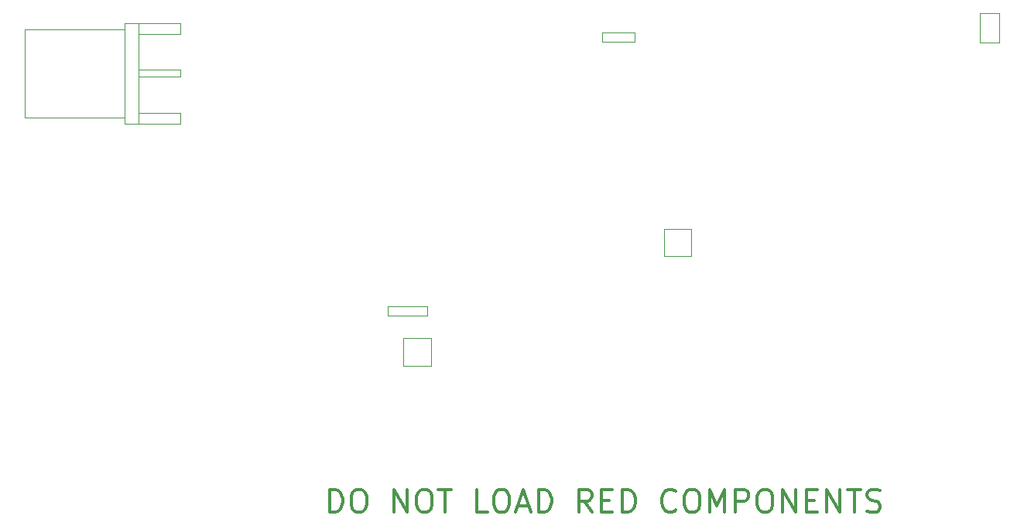
<source format=gbr>
G04 (created by PCBNEW (2013-mar-25)-stable) date Friday, July 17, 2015 01:34:24 PM*
%MOIN*%
G04 Gerber Fmt 3.4, Leading zero omitted, Abs format*
%FSLAX34Y34*%
G01*
G70*
G90*
G04 APERTURE LIST*
%ADD10C,0.006*%
%ADD11C,0.011811*%
%ADD12C,0.00393701*%
G04 APERTURE END LIST*
G54D10*
G54D11*
X38165Y-52563D02*
X38165Y-51579D01*
X38399Y-51579D01*
X38540Y-51626D01*
X38634Y-51720D01*
X38681Y-51813D01*
X38727Y-52001D01*
X38727Y-52141D01*
X38681Y-52329D01*
X38634Y-52423D01*
X38540Y-52516D01*
X38399Y-52563D01*
X38165Y-52563D01*
X39337Y-51579D02*
X39524Y-51579D01*
X39618Y-51626D01*
X39712Y-51720D01*
X39759Y-51907D01*
X39759Y-52235D01*
X39712Y-52423D01*
X39618Y-52516D01*
X39524Y-52563D01*
X39337Y-52563D01*
X39243Y-52516D01*
X39149Y-52423D01*
X39102Y-52235D01*
X39102Y-51907D01*
X39149Y-51720D01*
X39243Y-51626D01*
X39337Y-51579D01*
X40930Y-52563D02*
X40930Y-51579D01*
X41493Y-52563D01*
X41493Y-51579D01*
X42149Y-51579D02*
X42336Y-51579D01*
X42430Y-51626D01*
X42524Y-51720D01*
X42571Y-51907D01*
X42571Y-52235D01*
X42524Y-52423D01*
X42430Y-52516D01*
X42336Y-52563D01*
X42149Y-52563D01*
X42055Y-52516D01*
X41961Y-52423D01*
X41915Y-52235D01*
X41915Y-51907D01*
X41961Y-51720D01*
X42055Y-51626D01*
X42149Y-51579D01*
X42852Y-51579D02*
X43414Y-51579D01*
X43133Y-52563D02*
X43133Y-51579D01*
X44961Y-52563D02*
X44492Y-52563D01*
X44492Y-51579D01*
X45477Y-51579D02*
X45664Y-51579D01*
X45758Y-51626D01*
X45852Y-51720D01*
X45898Y-51907D01*
X45898Y-52235D01*
X45852Y-52423D01*
X45758Y-52516D01*
X45664Y-52563D01*
X45477Y-52563D01*
X45383Y-52516D01*
X45289Y-52423D01*
X45242Y-52235D01*
X45242Y-51907D01*
X45289Y-51720D01*
X45383Y-51626D01*
X45477Y-51579D01*
X46273Y-52282D02*
X46742Y-52282D01*
X46180Y-52563D02*
X46508Y-51579D01*
X46836Y-52563D01*
X47164Y-52563D02*
X47164Y-51579D01*
X47398Y-51579D01*
X47539Y-51626D01*
X47633Y-51720D01*
X47679Y-51813D01*
X47726Y-52001D01*
X47726Y-52141D01*
X47679Y-52329D01*
X47633Y-52423D01*
X47539Y-52516D01*
X47398Y-52563D01*
X47164Y-52563D01*
X49461Y-52563D02*
X49132Y-52095D01*
X48898Y-52563D02*
X48898Y-51579D01*
X49273Y-51579D01*
X49367Y-51626D01*
X49414Y-51673D01*
X49461Y-51766D01*
X49461Y-51907D01*
X49414Y-52001D01*
X49367Y-52048D01*
X49273Y-52095D01*
X48898Y-52095D01*
X49882Y-52048D02*
X50210Y-52048D01*
X50351Y-52563D02*
X49882Y-52563D01*
X49882Y-51579D01*
X50351Y-51579D01*
X50773Y-52563D02*
X50773Y-51579D01*
X51007Y-51579D01*
X51148Y-51626D01*
X51242Y-51720D01*
X51288Y-51813D01*
X51335Y-52001D01*
X51335Y-52141D01*
X51288Y-52329D01*
X51242Y-52423D01*
X51148Y-52516D01*
X51007Y-52563D01*
X50773Y-52563D01*
X53069Y-52470D02*
X53023Y-52516D01*
X52882Y-52563D01*
X52788Y-52563D01*
X52648Y-52516D01*
X52554Y-52423D01*
X52507Y-52329D01*
X52460Y-52141D01*
X52460Y-52001D01*
X52507Y-51813D01*
X52554Y-51720D01*
X52648Y-51626D01*
X52788Y-51579D01*
X52882Y-51579D01*
X53023Y-51626D01*
X53069Y-51673D01*
X53679Y-51579D02*
X53866Y-51579D01*
X53960Y-51626D01*
X54054Y-51720D01*
X54101Y-51907D01*
X54101Y-52235D01*
X54054Y-52423D01*
X53960Y-52516D01*
X53866Y-52563D01*
X53679Y-52563D01*
X53585Y-52516D01*
X53491Y-52423D01*
X53444Y-52235D01*
X53444Y-51907D01*
X53491Y-51720D01*
X53585Y-51626D01*
X53679Y-51579D01*
X54522Y-52563D02*
X54522Y-51579D01*
X54850Y-52282D01*
X55179Y-51579D01*
X55179Y-52563D01*
X55647Y-52563D02*
X55647Y-51579D01*
X56022Y-51579D01*
X56116Y-51626D01*
X56163Y-51673D01*
X56210Y-51766D01*
X56210Y-51907D01*
X56163Y-52001D01*
X56116Y-52048D01*
X56022Y-52095D01*
X55647Y-52095D01*
X56819Y-51579D02*
X57006Y-51579D01*
X57100Y-51626D01*
X57194Y-51720D01*
X57241Y-51907D01*
X57241Y-52235D01*
X57194Y-52423D01*
X57100Y-52516D01*
X57006Y-52563D01*
X56819Y-52563D01*
X56725Y-52516D01*
X56631Y-52423D01*
X56585Y-52235D01*
X56585Y-51907D01*
X56631Y-51720D01*
X56725Y-51626D01*
X56819Y-51579D01*
X57663Y-52563D02*
X57663Y-51579D01*
X58225Y-52563D01*
X58225Y-51579D01*
X58694Y-52048D02*
X59022Y-52048D01*
X59162Y-52563D02*
X58694Y-52563D01*
X58694Y-51579D01*
X59162Y-51579D01*
X59584Y-52563D02*
X59584Y-51579D01*
X60147Y-52563D01*
X60147Y-51579D01*
X60475Y-51579D02*
X61037Y-51579D01*
X60756Y-52563D02*
X60756Y-51579D01*
X61318Y-52516D02*
X61459Y-52563D01*
X61693Y-52563D01*
X61787Y-52516D01*
X61834Y-52470D01*
X61881Y-52376D01*
X61881Y-52282D01*
X61834Y-52188D01*
X61787Y-52141D01*
X61693Y-52095D01*
X61506Y-52048D01*
X61412Y-52001D01*
X61365Y-51954D01*
X61318Y-51860D01*
X61318Y-51766D01*
X61365Y-51673D01*
X61412Y-51626D01*
X61506Y-51579D01*
X61740Y-51579D01*
X61881Y-51626D01*
G54D12*
X66181Y-32322D02*
X66181Y-31062D01*
X66181Y-31062D02*
X67007Y-31062D01*
X67007Y-31062D02*
X67007Y-32322D01*
X67007Y-32322D02*
X66181Y-32322D01*
X49901Y-31889D02*
X51318Y-31889D01*
X51318Y-31889D02*
X51318Y-32283D01*
X51318Y-32283D02*
X49901Y-32283D01*
X49901Y-32283D02*
X49901Y-31889D01*
X40669Y-43700D02*
X42362Y-43700D01*
X42362Y-43700D02*
X42362Y-44094D01*
X42362Y-44094D02*
X40669Y-44094D01*
X40669Y-44094D02*
X40669Y-43700D01*
X42519Y-46259D02*
X41338Y-46259D01*
X41338Y-46259D02*
X41338Y-45078D01*
X41338Y-45078D02*
X42519Y-45078D01*
X42519Y-45078D02*
X42519Y-46259D01*
X29322Y-31492D02*
X29921Y-31492D01*
X29921Y-31492D02*
X29921Y-35830D01*
X29921Y-35830D02*
X29322Y-35830D01*
X29322Y-35830D02*
X29322Y-31492D01*
X29921Y-33511D02*
X31720Y-33511D01*
X31720Y-33511D02*
X31720Y-33811D01*
X31720Y-33811D02*
X29921Y-33811D01*
X29921Y-31492D02*
X31720Y-31492D01*
X31720Y-31492D02*
X31720Y-31950D01*
X31720Y-31950D02*
X29921Y-31950D01*
X29921Y-35830D02*
X31720Y-35830D01*
X31720Y-35830D02*
X31720Y-35372D01*
X31720Y-35372D02*
X29921Y-35372D01*
X29322Y-35561D02*
X25039Y-35561D01*
X25039Y-35561D02*
X25039Y-31761D01*
X25039Y-31761D02*
X29322Y-31761D01*
X53740Y-41535D02*
X52559Y-41535D01*
X52559Y-41535D02*
X52559Y-40354D01*
X52559Y-40354D02*
X53740Y-40354D01*
X53740Y-40354D02*
X53740Y-41535D01*
M02*

</source>
